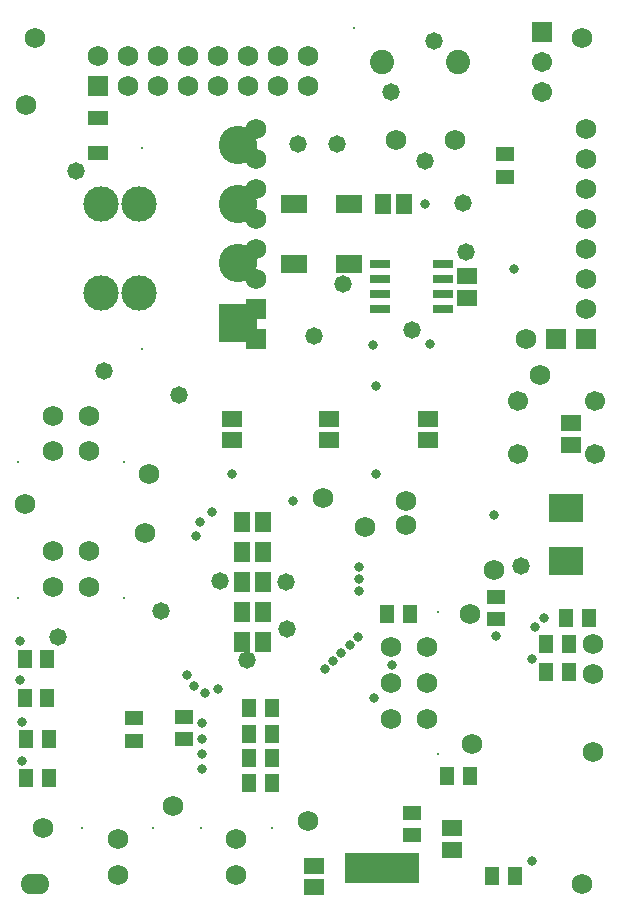
<source format=gbs>
%FSTAX23Y23*%
%MOIN*%
%SFA1B1*%

%IPPOS*%
%ADD26R,0.250000X0.100000*%
%ADD27R,0.049340X0.063120*%
%ADD28R,0.063120X0.049340*%
%ADD35R,0.046000X0.046000*%
%ADD36C,0.046000*%
%ADD37C,0.068000*%
%ADD38O,0.097000X0.068000*%
%ADD39C,0.008000*%
%ADD40C,0.117840*%
%ADD41C,0.066980*%
%ADD42C,0.080830*%
%ADD43C,0.067060*%
%ADD44R,0.067060X0.067060*%
%ADD45R,0.128000X0.128000*%
%ADD46C,0.128000*%
%ADD47R,0.068000X0.068000*%
%ADD48C,0.069020*%
%ADD49R,0.069020X0.069020*%
%ADD50C,0.058000*%
%ADD51C,0.033000*%
%ADD80R,0.065090X0.053280*%
%ADD81R,0.090680X0.059180*%
%ADD82R,0.053280X0.065090*%
%ADD83R,0.115990X0.093000*%
%ADD84R,0.070990X0.047370*%
%ADD85R,0.067060X0.031620*%
%LNmotor_unit_rev_3-1*%
%LPD*%
G54D26*
X01245Y00142D03*
G54D27*
X01867Y00795D03*
X01792D03*
X01867Y0089D03*
X01792D03*
X01462Y0045D03*
X01537D03*
X01337Y0099D03*
X01262D03*
X01934Y00975D03*
X0186D03*
X00802Y00675D03*
X00877D03*
X00802Y0059D03*
X00877D03*
X00802Y0051D03*
X00877D03*
X00802Y00425D03*
X00877D03*
X01612Y00115D03*
X01687D03*
X00134Y00443D03*
X00059D03*
X00134Y00573D03*
X00059D03*
X00129Y0071D03*
X00054D03*
X00129Y00838D03*
X00054D03*
G54D28*
X01655Y02522D03*
Y02447D03*
X01625Y01047D03*
Y00972D03*
X00585Y00572D03*
Y00647D03*
X0042Y00567D03*
Y00642D03*
X01345Y00327D03*
Y00252D03*
G54D35*
X01145Y00117D03*
G54D36*
X01145Y00167D03*
X01195Y00117D03*
Y00167D03*
X01245Y00117D03*
Y00167D03*
X01295Y00117D03*
Y00167D03*
X01345Y00117D03*
Y00167D03*
G54D37*
X0195Y0053D03*
Y0079D03*
Y0089D03*
X0006Y02685D03*
X0119Y0128D03*
X00115Y00275D03*
X0047Y01455D03*
X00365Y00238D03*
Y0012D03*
X0105Y01375D03*
X00268Y0165D03*
Y01532D03*
X0015Y0165D03*
Y01532D03*
X01395Y00641D03*
X01276D03*
X01395Y0076D03*
X01276D03*
Y00878D03*
X01395D03*
X00268Y012D03*
Y01081D03*
X0015Y012D03*
Y01081D03*
X01545Y00555D03*
X0154Y0099D03*
X00055Y01355D03*
X01911Y02911D03*
Y00089D03*
X00089Y02911D03*
X01325Y01365D03*
Y01285D03*
X0076Y0012D03*
Y00238D03*
X00455Y0126D03*
X01293Y02571D03*
X0149D03*
X01725Y01906D03*
X01925Y02006D03*
Y02106D03*
Y02206D03*
Y02306D03*
Y02406D03*
Y02506D03*
Y02606D03*
X00825D03*
Y02506D03*
Y02406D03*
Y02306D03*
Y02206D03*
Y02106D03*
X01Y003D03*
X0055Y0035D03*
X01773Y01785D03*
X0162Y01135D03*
G54D38*
X00089Y00089D03*
G54D39*
X00483Y00275D03*
X00246D03*
X00444Y01873D03*
Y02542D03*
X00386Y01495D03*
X00031D03*
X01432Y00523D03*
Y00996D03*
X00386Y01044D03*
X00031D03*
X01151Y02944D03*
X00641Y00275D03*
X00878D03*
G54D40*
X00435Y02355D03*
X00309D03*
X00435Y0206D03*
X00309D03*
G54D41*
X017Y017D03*
X01955D03*
X017Y01522D03*
X01955D03*
G54D42*
X015Y0283D03*
X01244D03*
G54D43*
X0178Y0273D03*
Y0283D03*
G54D44*
X0178Y0293D03*
G54D45*
X00765Y01961D03*
G54D46*
X00765Y02158D03*
Y02355D03*
Y02552D03*
G54D47*
X01825Y01906D03*
X01925D03*
X00825Y02006D03*
Y01906D03*
G54D48*
X01Y0275D03*
X009D03*
X008D03*
X007D03*
X006D03*
X005D03*
X004D03*
X01Y0285D03*
X009D03*
X008D03*
X007D03*
X006D03*
X005D03*
X004D03*
X003D03*
G54D49*
X003Y0275D03*
G54D50*
X0032Y018D03*
X00225Y02465D03*
X0142Y029D03*
X0139Y025D03*
X01515Y0236D03*
X0102Y01915D03*
X01276Y0273D03*
X01095Y02555D03*
X00965D03*
X00569Y0172D03*
X00507Y01D03*
X01345Y01935D03*
X00795Y00835D03*
X00705Y011D03*
X0171Y0115D03*
X0093Y0094D03*
X00165Y00913D03*
X00925Y01095D03*
X01115Y0209D03*
X01525Y02195D03*
G54D51*
X00745Y01455D03*
X01225Y0175D03*
Y01455D03*
X0095Y01367D03*
X007Y0074D03*
X0128Y0082D03*
X01755Y00945D03*
X00655Y00725D03*
X0122Y0071D03*
X01745Y0084D03*
X01165Y00914D03*
X00645Y00474D03*
Y00524D03*
Y00574D03*
X00645Y00625D03*
X0004Y009D03*
X01785Y00975D03*
X0004Y0077D03*
X00045Y0063D03*
X01745Y00165D03*
X01685Y02139D03*
X00045Y005D03*
X01625Y00917D03*
X0117Y01105D03*
X00594Y00785D03*
X0062Y0075D03*
X0162Y0132D03*
X0117Y01145D03*
X0139Y02355D03*
X00625Y0125D03*
X0064Y01295D03*
X0068Y0133D03*
X0117Y01065D03*
X01137Y00887D03*
X0111Y0086D03*
X01082Y00832D03*
X01055Y00805D03*
X01405Y0189D03*
X01215Y01885D03*
G54D80*
X01875Y01625D03*
Y01554D03*
X014Y01569D03*
Y0164D03*
X0107Y01569D03*
Y0164D03*
X00745Y01569D03*
Y0164D03*
X0153Y02044D03*
Y02115D03*
X0102Y0015D03*
Y00079D03*
X0148Y00275D03*
Y00204D03*
G54D81*
X01135Y02355D03*
Y02155D03*
X00953D03*
Y02355D03*
G54D82*
X0132Y02355D03*
X01249D03*
X00779Y01295D03*
X0085D03*
Y01195D03*
X00779D03*
X0085Y01095D03*
X00779D03*
X0085Y00995D03*
X00779D03*
X0085Y00895D03*
X00779D03*
G54D83*
X01858Y01342D03*
Y01167D03*
G54D84*
X003Y02644D03*
Y02525D03*
G54D85*
X01449Y02155D03*
Y02105D03*
Y02055D03*
Y02005D03*
X0124D03*
Y02055D03*
Y02105D03*
Y02155D03*
M02*
</source>
